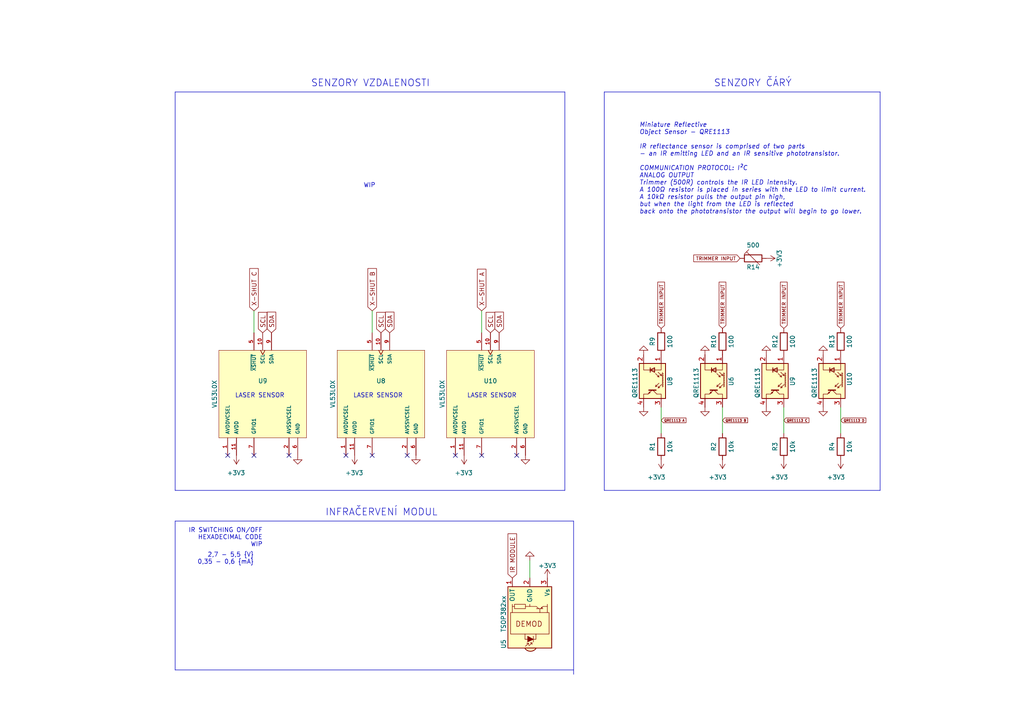
<source format=kicad_sch>
(kicad_sch (version 20230121) (generator eeschema)
  (paper "A4")
  (lib_symbols
    (symbol "+3V3_1" (power) (pin_names (offset 0))
      (property "Value" "+3V3_1" (at 0 3.556 0))
      (symbol "+3V3_1_0_1"
        (polyline (pts (xy -0.762 1.27) (xy 0 2.54)))
        (polyline (pts (xy 0 0) (xy 0 2.54)))
        (polyline (pts (xy 0 2.54) (xy 0.762 1.27)))
      )
      (symbol "+3V3_1_1_1"
        (pin power_in line (at 0 0 90) (length 0) hide (name "+3V3") (number "1"))
      )
    )
    (symbol "Device:R" (pin_numbers hide) (pin_names (offset 0))
      (property "Reference" "R" (at 2.032 0 90))
      (property "Value" "R" (at 0 0 90))
      (symbol "R_0_1"
        (rectangle (start -1.016 -2.54) (end 1.016 2.54) (stroke (width 0.254)))
      )
      (symbol "R_1_1"
        (pin passive line (at 0 3.81 270) (length 1.27) (name "~") (number "1"))
        (pin passive line (at 0 -3.81 90) (length 1.27) (name "~") (number "2"))
      )
    )
    (symbol "Device:R_Trim" (pin_numbers hide) (pin_names (offset 0))
      (property "Reference" "R" (at 2.54 -2.54 90))
      (property "Value" "R_Trim" (at -2.54 -0.635 90))
      (symbol "R_Trim_0_1"
        (rectangle (start -1.016 -2.54) (end 1.016 2.54) (stroke (width 0.254)))
        (polyline (pts (xy -1.905 -1.905) (xy 1.905 1.905) (xy 2.54 1.27) (xy 1.27 2.54)))
      )
      (symbol "R_Trim_1_1"
        (pin passive line (at 0 3.81 270) (length 1.27) (name "~") (number "1"))
        (pin passive line (at 0 -3.81 90) (length 1.27) (name "~") (number "2"))
      )
    )
    (symbol "GND_1" (power) (pin_names (offset 0))
      (property "Value" "GND_1" (at 0 -3.81 0))
      (symbol "GND_1_0_1"
        (polyline (pts (xy 0 0) (xy 0 -1.27) (xy 1.27 -1.27) (xy 0 -2.54) (xy -1.27 -1.27) (xy 0 -1.27)))
      )
      (symbol "GND_1_1_1"
        (pin power_in line (at 0 0 270) (length 0) hide (name "GND") (number "1"))
      )
    )
    (symbol "Interface_Optical:TSOP382xx"
      (property "Reference" "U5" (at -7.62 7.62 0))
      (property "Value" "TSOP382xx" (at 5.08 7.62 0))
      (symbol "TSOP382xx_0_0"
        (arc (start -10.287 1.397) (mid -11.0899 -0.1852) (end -10.287 -1.778) (stroke (width 0.254)) (fill (type background)))
        (polyline (pts (xy 1.905 -5.08) (xy 0.127 -5.08)))
        (polyline (pts (xy 1.905 5.08) (xy 0.127 5.08)))
        (text "DEMOD" (at -3.175 0.254 900) (effects (font (size 1.524 1.524))))
      )
      (symbol "TSOP382xx_0_1"
        (rectangle (start -6.096 5.588) (end 0.127 -5.588))
        (polyline (pts (xy -8.763 0.381) (xy -9.652 1.27)))
        (polyline (pts (xy -8.763 0.381) (xy -9.271 0.381)))
        (polyline (pts (xy -8.763 0.381) (xy -8.763 0.889)))
        (polyline (pts (xy -8.636 -0.635) (xy -9.525 0.254)))
        (polyline (pts (xy -8.636 -0.635) (xy -9.144 -0.635)))
        (polyline (pts (xy -8.636 -0.635) (xy -8.636 -0.127)))
        (polyline (pts (xy -8.382 -1.016) (xy -6.731 -1.016)))
        (polyline (pts (xy 1.27 -2.921) (xy 0.127 -2.921)))
        (polyline (pts (xy 1.27 -1.905) (xy 1.27 -3.81)))
        (polyline (pts (xy 1.397 -3.556) (xy 1.524 -3.556)))
        (polyline (pts (xy 1.651 -3.556) (xy 1.524 -3.556)))
        (polyline (pts (xy 1.651 -3.556) (xy 1.651 -3.302)))
        (polyline (pts (xy 1.905 0) (xy 1.905 1.27)))
        (polyline (pts (xy 1.905 4.445) (xy 1.905 5.08) (xy 2.54 5.08)))
        (polyline (pts (xy -8.382 0.635) (xy -6.731 0.635) (xy -7.62 -1.016) (xy -8.382 0.635)) (fill (type outline)))
        (polyline (pts (xy -6.096 1.397) (xy -7.62 1.397) (xy -7.62 -1.778) (xy -6.096 -1.778)))
        (polyline (pts (xy 1.27 -3.175) (xy 1.905 -3.81) (xy 1.905 -5.08) (xy 2.54 -5.08)))
        (polyline (pts (xy 1.27 -2.54) (xy 1.905 -1.905) (xy 1.905 0) (xy 2.54 0)))
        (rectangle (start 2.54 1.27) (end 1.27 4.445))
        (rectangle (start 7.62 6.35) (end -10.16 -6.35) (stroke (width 0.254)) (fill (type background)))
      )
      (symbol "TSOP382xx_1_1"
        (pin output line (at 10.16 5.08 180) (length 2.54) (name "OUT") (number "1"))
        (pin power_in line (at 10.16 0 180) (length 2.54) (name "GND") (number "2"))
        (pin power_in line (at 10.16 -5.08 180) (length 2.54) (name "Vs") (number "3"))
      )
    )
    (symbol "Sensor_Proximity:QRE1113" (pin_names (offset 0.0254) hide)
      (property "Reference" "U" (at -3.81 5.08 0))
      (property "Value" "QRE1113" (at 8.89 5.08 0))
      (symbol "QRE1113_0_1"
        (polyline (pts (xy -3.81 -0.635) (xy -2.54 -0.635)) (stroke (width 0.254)))
        (polyline (pts (xy -2.286 2.921) (xy -2.032 3.175)))
        (polyline (pts (xy -1.778 2.921) (xy -1.524 3.175)))
        (polyline (pts (xy -1.524 2.667) (xy -1.651 2.159)))
        (polyline (pts (xy -1.27 2.921) (xy -1.016 3.175)))
        (polyline (pts (xy -1.143 1.905) (xy -1.27 1.397)))
        (polyline (pts (xy -0.762 2.921) (xy -0.508 3.175)))
        (polyline (pts (xy -0.254 2.921) (xy 0 3.175)))
        (polyline (pts (xy 0.254 2.921) (xy 0.508 3.175)))
        (polyline (pts (xy 0.762 2.921) (xy 1.016 3.175)))
        (polyline (pts (xy 1.27 2.921) (xy 1.524 3.175)))
        (polyline (pts (xy 1.651 0.889) (xy 1.143 1.016)))
        (polyline (pts (xy 1.778 2.921) (xy -2.413 2.921)))
        (polyline (pts (xy 2.032 1.651) (xy 1.524 1.778)))
        (polyline (pts (xy 2.667 -0.127) (xy 3.81 -1.27)))
        (polyline (pts (xy 2.667 0.127) (xy 3.81 1.27)))
        (polyline (pts (xy -2.54 1.651) (xy -1.524 2.667) (xy -2.032 2.54)))
        (polyline (pts (xy -2.159 0.889) (xy -1.143 1.905) (xy -1.651 1.778)))
        (polyline (pts (xy 0.635 1.905) (xy 1.651 0.889) (xy 1.524 1.397)))
        (polyline (pts (xy 1.016 2.667) (xy 2.032 1.651) (xy 1.905 2.159)))
        (polyline (pts (xy 2.667 1.016) (xy 2.667 -1.016) (xy 2.667 -1.016)) (stroke (width 0.3556)))
        (polyline (pts (xy 3.81 -1.27) (xy 3.81 -2.54) (xy 5.08 -2.54)))
        (polyline (pts (xy 3.81 1.27) (xy 3.81 2.54) (xy 5.08 2.54)))
        (polyline (pts (xy -5.08 -2.54) (xy -3.175 -2.54) (xy -3.175 2.54) (xy -5.08 2.54)))
        (polyline (pts (xy -3.175 -0.635) (xy -3.81 0.635) (xy -2.54 0.635) (xy -3.175 -0.635)) (stroke (width 0.254)))
        (polyline (pts (xy 3.683 -1.143) (xy 3.429 -0.635) (xy 3.175 -0.889) (xy 3.683 -1.143)))
        (polyline (pts (xy -5.08 -3.81) (xy 5.08 -3.81) (xy 5.08 3.81) (xy -5.08 3.81) (xy -5.08 -3.81)) (stroke (width 0.254)) (fill (type background)))
      )
      (symbol "QRE1113_1_1"
        (pin passive line (at -7.62 2.54 0) (length 2.54) (name "A") (number "1"))
        (pin passive line (at -7.62 -2.54 0) (length 2.54) (name "K") (number "2"))
        (pin open_collector line (at 7.62 2.54 180) (length 2.54) (name "~") (number "3"))
        (pin open_emitter line (at 7.62 -2.54 180) (length 2.54) (name "~") (number "4"))
      )
    )
    (symbol "VL53L0X_1" (pin_names (offset 1.016))
      (property "Reference" "U10" (at 13.97 0 0))
      (property "Value" "VL53L0X" (at 16.51 0 0))
      (symbol "VL53L0X_1_0_0"
        (rectangle (start -12.7 12.7) (end 12.7 -12.7) (stroke (width 0.127)) (fill (type background)))
        (pin power_in line (at 17.78 10.16 180) (length 5.08) (name "AVDDVCSEL") (number "1"))
        (pin input clock (at -17.78 0 0) (length 5.08) (name "SCL") (number "10"))
        (pin power_in line (at 17.78 7.62 180) (length 5.08) (name "AVDD") (number "11"))
        (pin power_in line (at 17.78 -7.62 180) (length 5.08) (name "AVSSVCSEL") (number "2"))
        (pin input line (at -17.78 2.54 0) (length 5.08) (name "~{XSHUT}") (number "5"))
        (pin power_in line (at 17.78 -10.16 180) (length 5.08) (name "GND") (number "6"))
        (pin output line (at 17.78 2.54 180) (length 5.08) (name "GPIO1") (number "7"))
        (pin bidirectional line (at -17.78 -2.54 0) (length 5.08) (name "SDA") (number "9"))
      )
    )
    (symbol "power:+3V3" (power) (pin_names (offset 0))
      (property "Value" "+3V3" (at 0 3.556 0))
      (symbol "+3V3_0_1"
        (polyline (pts (xy -0.762 1.27) (xy 0 2.54)))
        (polyline (pts (xy 0 0) (xy 0 2.54)))
        (polyline (pts (xy 0 2.54) (xy 0.762 1.27)))
      )
      (symbol "+3V3_1_1"
        (pin power_in line (at 0 0 90) (length 0) hide (name "+3V3") (number "1"))
      )
    )
    (symbol "power:GND" (power) (pin_names (offset 0))
      (property "Value" "GND" (at 0 -3.81 0))
      (symbol "GND_0_1"
        (polyline (pts (xy 0 0) (xy 0 -1.27) (xy 1.27 -1.27) (xy 0 -2.54) (xy -1.27 -1.27) (xy 0 -1.27)))
      )
      (symbol "GND_1_1"
        (pin power_in line (at 0 0 270) (length 0) hide (name "GND") (number "1"))
      )
    )
  )
  (no_connect (at 149.86 132.08))
  (no_connect (at 83.82 132.08))
  (no_connect (at 118.11 132.08))
  (no_connect (at 100.33 132.08))
  (no_connect (at 73.66 132.08))
  (no_connect (at 66.04 132.08))
  (no_connect (at 132.08 132.08))
  (no_connect (at 107.95 132.08))
  (no_connect (at 139.7 132.08))
  (wire (pts (xy 227.33 118.11) (xy 227.33 125.73)))
  (polyline (pts (xy 166.37 194.31) (xy 50.8 194.31)))
  (wire (pts (xy 191.77 118.11) (xy 191.77 125.73)))
  (polyline (pts (xy 50.8 142.24) (xy 163.83 142.24)))
  (polyline (pts (xy 166.37 195.58) (xy 166.37 151.13)))
  (polyline (pts (xy 175.26 142.24) (xy 255.27 142.24)))
  (polyline (pts (xy 163.83 26.67) (xy 163.83 142.24)))
  (polyline (pts (xy 175.26 26.67) (xy 255.27 26.67)))
  (polyline (pts (xy 255.27 26.67) (xy 255.27 142.24)))
  (polyline (pts (xy 175.26 26.67) (xy 175.26 142.24)))
  (wire (pts (xy 243.84 118.11) (xy 243.84 125.73)))
  (wire (pts (xy 209.55 118.11) (xy 209.55 125.73)))
  (wire (pts (xy 153.67 167.64) (xy 153.67 162.56)))
  (wire (pts (xy 73.66 90.17) (xy 73.66 96.52)))
  (polyline (pts (xy 50.8 142.24) (xy 50.8 26.67)))
  (polyline (pts (xy 50.8 151.13) (xy 166.37 151.13)))
  (wire (pts (xy 107.95 90.17) (xy 107.95 96.52)))
  (polyline (pts (xy 50.8 194.31) (xy 50.8 151.13)))
  (polyline (pts (xy 50.8 26.67) (xy 163.83 26.67)))
  (wire (pts (xy 139.7 90.17) (xy 139.7 96.52)))
  (text "SENZORY ČÁRÝ\n" (at 207.01 25.4 0) (effects (font (size 2 2)) (justify left bottom)))
  (text "LASER SENSOR" (at 82.55 115.57 0) (effects (font (size 1.27 1.27)) (justify right bottom)))
  (text "INFRAČERVENÍ MODUL" (at 127 149.86 0) (effects (font (size 2 2)) (justify right bottom)))
  (text "SENZORY VZDALENOSTI" (at 90.17 25.4 0) (effects (font (size 2 2)) (justify left bottom)))
  (text "LASER SENSOR" (at 149.86 115.57 0) (effects (font (size 1.27 1.27)) (justify right bottom)))
  (text "Miniature Reflective\nObject Sensor - QRE1113\n\nIR reflectance sensor is comprised of two parts \n- an IR emitting LED and an IR sensitive phototransistor.\n\nCOMMUNICATION PROTOCOL: I²C \nANALOG OUTPUT \nTrimmer (500R) controls the IR LED intensity.\nA 100Ω resistor is placed in series with the LED to limit current.\nA 10kΩ resistor pulls the output pin high, \nbut when the light from the LED is reflected \nback onto the phototransistor the output will begin to go lower." (at 185.42 62.23 0) (effects (font (size 1.3 1.3) italic) (justify left bottom)))
  (text "2,7 - 5,5 {V}\n0,35 - 0,6 {mA}" (at 73.66 163.83 0) (effects (font (size 1.27 1.27)) (justify right bottom)))
  (text "IR SWITCHING ON/OFF\nHEXADECIMAL CODE\nWIP" (at 76.2 158.75 0) (effects (font (size 1.27 1.27)) (justify right bottom)))
  (text "WIP" (at 105.41 54.61 0) (effects (font (size 1.27 1.27)) (justify left bottom)))
  (text "LASER SENSOR" (at 116.84 115.57 0) (effects (font (size 1.27 1.27)) (justify right bottom)))
  (global_label "SDA" (shape input) (at 144.78 96.52 90) (property "Intersheetrefs" "${INTERSHEET_REFS}" (effects hide)))
  (global_label "TRIMMER INPUT" (shape input) (at 243.84 95.25 90) (effects (font (size 1 1))) (property "Intersheetrefs" "${INTERSHEET_REFS}" (effects hide)))
  (global_label "X-SHUT A" (shape input) (at 139.7 90.17 90) (property "Intersheetrefs" "${INTERSHEET_REFS}" (effects hide)))
  (global_label "SDA" (shape input) (at 113.03 96.52 90) (property "Intersheetrefs" "${INTERSHEET_REFS}" (effects hide)))
  (global_label "SCL" (shape input) (at 76.2 96.52 90) (property "Intersheetrefs" "${INTERSHEET_REFS}" (effects hide)))
  (global_label "X-SHUT C" (shape input) (at 73.66 90.17 90) (property "Intersheetrefs" "${INTERSHEET_REFS}" (effects hide)))
  (global_label "QRE1113 C" (shape input) (at 227.33 121.92 0) (effects (font (size 0.7 0.7))) (property "Intersheetrefs" "${INTERSHEET_REFS}" (effects hide)))
  (global_label "QRE1113 B" (shape input) (at 209.55 121.92 0) (effects (font (size 0.7 0.7))) (property "Intersheetrefs" "${INTERSHEET_REFS}" (effects hide)))
  (global_label "TRIMMER INPUT" (shape input) (at 214.63 74.93 180) (effects (font (size 1 1))) (property "Intersheetrefs" "${INTERSHEET_REFS}" (effects hide)))
  (global_label "SDA" (shape input) (at 78.74 96.52 90) (property "Intersheetrefs" "${INTERSHEET_REFS}" (effects hide)))
  (global_label "QRE1113 A" (shape input) (at 191.77 121.92 0) (effects (font (size 0.7 0.7))) (property "Intersheetrefs" "${INTERSHEET_REFS}" (effects hide)))
  (global_label "TRIMMER INPUT" (shape input) (at 209.55 95.25 90) (effects (font (size 1 1))) (property "Intersheetrefs" "${INTERSHEET_REFS}" (effects hide)))
  (global_label "QRE1113 D" (shape input) (at 243.84 121.92 0) (effects (font (size 0.7 0.7))) (property "Intersheetrefs" "${INTERSHEET_REFS}" (effects hide)))
  (global_label "SCL" (shape input) (at 110.49 96.52 90) (property "Intersheetrefs" "${INTERSHEET_REFS}" (effects hide)))
  (global_label "IR MODULE" (shape input) (at 148.59 167.64 90) (property "Intersheetrefs" "${INTERSHEET_REFS}" (effects hide)))
  (global_label "TRIMMER INPUT" (shape input) (at 191.77 95.25 90) (effects (font (size 1 1))) (property "Intersheetrefs" "${INTERSHEET_REFS}" (effects hide)))
  (global_label "X-SHUT B" (shape input) (at 107.95 90.17 90) (property "Intersheetrefs" "${INTERSHEET_REFS}" (effects hide)))
  (global_label "TRIMMER INPUT" (shape input) (at 227.33 95.25 90) (effects (font (size 1 1))) (property "Intersheetrefs" "${INTERSHEET_REFS}" (effects hide)))
  (global_label "SCL" (shape input) (at 142.24 96.52 90) (property "Intersheetrefs" "${INTERSHEET_REFS}" (effects hide)))
  (symbol (lib_id "Device:R_Trim") (at 218.44 74.93 90) (unit 1)
    (property "Reference" "R14" (at 218.44 77.47 90))
    (property "Value" "500" (at 218.44 71.12 90))
    (property "Footprint" "Potentiometer_THT:Potentiometer_ACP_CA9-V10_Vertical" (effects hide))
    (instances (project "sumec" (path "" (reference "R14") (unit 1)) (path "" (reference "R9") (unit 1))))
  )
  (symbol (lib_id "Sensor_Proximity:QRE1113") (at 224.79 110.49 270) (unit 1)
    (property "Reference" "U9" (at 229.87 109.22 0) (effects (justify left)))
    (property "Value" "QRE1113" (at 219.71 106.68 0) (effects (justify left)))
    (property "Footprint" "OptoDevice:OnSemi_CASE100AQ" (effects hide))
    (property "Datasheet" "http://www.onsemi.com/pub/Collateral/QRE1113-D.PDF" (effects hide))
  )
  (symbol (lib_id "Device:R") (at 227.33 99.06 180) (unit 1)
    (property "Reference" "R12" (at 224.79 99.06 90))
    (property "Value" "100" (at 229.87 99.06 90))
    (property "Footprint" "Resistor_THT:R_Axial_DIN0207_L6.3mm_D2.5mm_P10.16mm_Horizontal" (effects hide))
    (instances (project "sumec" (path "" (reference "R12") (unit 1)) (path "" (reference "R3") (unit 1))))
  )
  (symbol (lib_id "power:+3V3") (at 227.33 133.35 180) (unit 1)
    (property "Reference" "#PWR014" (effects hide))
    (property "Value" "+3V3" (at 228.6 138.43 0) (effects (justify left)))
    (instances (project "sumec" (path "" (reference "#PWR014") (unit 1)) (path "" (reference "#PWR023") (unit 1))))
  )
  (symbol (lib_name "GND_1") (lib_id "power:GND") (at 186.69 102.87 180) (unit 1)
    (property "Reference" "#PWR08" (effects hide))
    (property "Value" "GND" (effects hide))
  )
  (symbol (lib_name "GND_1") (lib_id "power:GND") (at 222.25 118.11 0) (unit 1)
    (property "Reference" "#PWR020" (effects hide))
    (property "Value" "GND" (effects hide))
  )
  (symbol (lib_id "power:+3V3") (at 243.84 133.35 180) (unit 1)
    (property "Reference" "#PWR014" (effects hide))
    (property "Value" "+3V3" (at 245.11 138.43 0) (effects (justify left)))
    (instances (project "sumec" (path "" (reference "#PWR014") (unit 1)) (path "" (reference "#PWR024") (unit 1))))
  )
  (symbol (lib_name "GND_1") (lib_id "power:GND") (at 238.76 118.11 0) (unit 1)
    (property "Reference" "#PWR021" (effects hide))
    (property "Value" "GND" (effects hide))
  )
  (symbol (lib_id "power:+3V3") (at 191.77 133.35 180) (unit 1)
    (property "Reference" "#PWR014" (effects hide))
    (property "Value" "+3V3" (at 193.04 138.43 0) (effects (justify left)))
    (instances (project "sumec" (path "" (reference "#PWR014") (unit 1)) (path "" (reference "#PWR09") (unit 1))))
  )
  (symbol (lib_id "power:+3V3") (at 68.58 132.08 180) (unit 1)
    (property "Reference" "#PWR0143" (effects hide))
    (property "Value" "+3V3" (at 71.12 137.16 0) (effects (justify left)))
    (instances (project "sumec" (path "" (reference "#PWR0143") (unit 1)) (path "" (reference "#PWR02") (unit 1))))
  )
  (symbol (lib_id "power:+3V3") (at 222.25 74.93 270) (unit 1)
    (property "Reference" "#PWR014" (effects hide))
    (property "Value" "+3V3" (at 226.06 72.39 0) (effects (justify left)))
    (instances (project "sumec" (path "" (reference "#PWR014") (unit 1)) (path "" (reference "#PWR06") (unit 1))))
  )
  (symbol (lib_id "power:GND") (at 120.65 132.08 0) (unit 1)
    (property "Reference" "#PWR0116" (effects hide))
    (property "Value" "GND" (effects hide))
    (instances (project "sumec" (path "" (reference "#PWR0116") (unit 1)) (path "" (reference "#PWR04") (unit 1))))
  )
  (symbol (lib_id "Device:R") (at 191.77 99.06 180) (unit 1)
    (property "Reference" "R9" (at 189.23 99.06 90))
    (property "Value" "100" (at 194.31 99.06 90))
    (property "Footprint" "Resistor_THT:R_Axial_DIN0207_L6.3mm_D2.5mm_P10.16mm_Horizontal" (effects hide))
    (instances (project "sumec" (path "" (reference "R9") (unit 1)) (path "" (reference "R1") (unit 1))))
  )
  (symbol (lib_name "VL53L0X_1") (lib_id "VL53L0X:VL53L0X") (at 142.24 114.3 90) (mirror x) (unit 1)
    (property "Reference" "U10" (at 142.24 110.49 90))
    (property "Value" "VL53L0X" (at 128.27 114.3 0))
    (property "Footprint" "SENSOR_VL53L0X" (effects hide))
    (property "PART_REV" "1.0" (effects hide))
    (property "STANDARD" "Manufacturer Recommendation" (effects hide))
    (property "MANUFACTURER" "ST Microelectronics" (effects hide))
    (instances (project "sumec" (path "" (reference "U10") (unit 1)) (path "" (reference "U4") (unit 1))))
  )
  (symbol (lib_name "+3V3_1") (lib_id "power:+3V3") (at 158.75 167.64 0) (unit 1)
    (property "Reference" "#PWR0120" (effects hide))
    (property "Value" "+3V3" (at 158.75 164.084 0))
    (instances (project "sumec" (path "" (reference "#PWR0120") (unit 1)) (path "" (reference "#PWR027") (unit 1))))
  )
  (symbol (lib_name "VL53L0X_1") (lib_id "VL53L0X:VL53L0X") (at 76.2 114.3 90) (mirror x) (unit 1)
    (property "Reference" "U9" (at 76.2 110.49 90))
    (property "Value" "VL53L0X" (at 62.23 114.3 0))
    (property "Footprint" "SENSOR_VL53L0X" (effects hide))
    (property "PART_REV" "1.0" (effects hide))
    (property "STANDARD" "Manufacturer Recommendation" (effects hide))
    (property "MANUFACTURER" "ST Microelectronics" (effects hide))
    (instances (project "sumec" (path "" (reference "U9") (unit 1)) (path "" (reference "U2") (unit 1))))
  )
  (symbol (lib_id "Sensor_Proximity:QRE1113") (at 207.01 110.49 270) (unit 1)
    (property "Reference" "U6" (at 212.09 109.22 0) (effects (justify left)))
    (property "Value" "QRE1113" (at 201.93 106.68 0) (effects (justify left)))
    (property "Footprint" "OptoDevice:OnSemi_CASE100AQ" (effects hide))
    (property "Datasheet" "http://www.onsemi.com/pub/Collateral/QRE1113-D.PDF" (effects hide))
  )
  (symbol (lib_id "Device:R") (at 209.55 99.06 180) (unit 1)
    (property "Reference" "R10" (at 207.01 99.06 90))
    (property "Value" "100" (at 212.09 99.06 90))
    (property "Footprint" "Resistor_THT:R_Axial_DIN0207_L6.3mm_D2.5mm_P10.16mm_Horizontal" (effects hide))
    (instances (project "sumec" (path "" (reference "R10") (unit 1)) (path "" (reference "R2") (unit 1))))
  )
  (symbol (lib_name "GND_1") (lib_id "power:GND") (at 238.76 102.87 180) (unit 1)
    (property "Reference" "#PWR018" (effects hide))
    (property "Value" "GND" (effects hide))
  )
  (symbol (lib_id "power:+3V3") (at 134.62 132.08 180) (unit 1)
    (property "Reference" "#PWR0143" (effects hide))
    (property "Value" "+3V3" (at 137.16 137.16 0) (effects (justify left)))
    (instances (project "sumec" (path "" (reference "#PWR0143") (unit 1)) (path "" (reference "#PWR026") (unit 1))))
  )
  (symbol (lib_id "power:+3V3") (at 209.55 133.35 180) (unit 1)
    (property "Reference" "#PWR014" (effects hide))
    (property "Value" "+3V3" (at 210.82 138.43 0) (effects (justify left)))
    (instances (project "sumec" (path "" (reference "#PWR014") (unit 1)) (path "" (reference "#PWR022") (unit 1))))
  )
  (symbol (lib_id "power:GND") (at 86.36 132.08 0) (unit 1)
    (property "Reference" "#PWR0117" (effects hide))
    (property "Value" "GND" (effects hide))
    (instances (project "sumec" (path "" (reference "#PWR0117") (unit 1)) (path "" (reference "#PWR03") (unit 1))))
  )
  (symbol (lib_id "Device:R") (at 227.33 129.54 180) (unit 1)
    (property "Reference" "R3" (at 224.79 129.54 90))
    (property "Value" "10k" (at 229.87 129.54 90))
    (property "Footprint" "Resistor_THT:R_Axial_DIN0207_L6.3mm_D2.5mm_P10.16mm_Horizontal" (effects hide))
    (instances (project "sumec" (path "" (reference "R3") (unit 1)) (path "" (reference "R7") (unit 1))))
  )
  (symbol (lib_id "Device:R") (at 191.77 129.54 180) (unit 1)
    (property "Reference" "R1" (at 189.23 129.54 90))
    (property "Value" "10k" (at 194.31 129.54 90))
    (property "Footprint" "Resistor_THT:R_Axial_DIN0207_L6.3mm_D2.5mm_P10.16mm_Horizontal" (effects hide))
    (instances (project "sumec" (path "" (reference "R1") (unit 1)) (path "" (reference "R5") (unit 1))))
  )
  (symbol (lib_name "GND_1") (lib_id "power:GND") (at 222.25 102.87 180) (unit 1)
    (property "Reference" "#PWR014" (effects hide))
    (property "Value" "GND" (effects hide))
  )
  (symbol (lib_id "Sensor_Proximity:QRE1113") (at 241.3 110.49 270) (unit 1)
    (property "Reference" "U10" (at 246.38 107.95 0) (effects (justify left)))
    (property "Value" "QRE1113" (at 236.22 106.68 0) (effects (justify left)))
    (property "Footprint" "OptoDevice:OnSemi_CASE100AQ" (effects hide))
    (property "Datasheet" "http://www.onsemi.com/pub/Collateral/QRE1113-D.PDF" (effects hide))
  )
  (symbol (lib_id "Interface_Optical:TSOP382xx") (at 153.67 177.8 90) (unit 1)
    (property "Reference" "U5" (at 146.05 185.42 0) (effects (justify right)))
    (property "Value" "TSOP382xx" (at 146.05 172.72 0) (effects (justify right)))
    (property "Footprint" "OptoDevice:Vishay_MINICAST-3Pin" (effects hide))
    (property "Datasheet" "http://www.vishay.com/docs/82491/tsop382.pdf" (effects hide))
  )
  (symbol (lib_id "Device:R") (at 243.84 129.54 180) (unit 1)
    (property "Reference" "R4" (at 241.3 129.54 90))
    (property "Value" "10k" (at 246.38 129.54 90))
    (property "Footprint" "Resistor_THT:R_Axial_DIN0207_L6.3mm_D2.5mm_P10.16mm_Horizontal" (effects hide))
    (instances (project "sumec" (path "" (reference "R4") (unit 1)) (path "" (reference "R8") (unit 1))))
  )
  (symbol (lib_id "Sensor_Proximity:QRE1113") (at 189.23 110.49 270) (unit 1)
    (property "Reference" "U8" (at 194.31 109.22 0) (effects (justify left)))
    (property "Value" "QRE1113" (at 184.15 106.68 0) (effects (justify left)))
    (property "Footprint" "OptoDevice:OnSemi_CASE100AQ" (effects hide))
    (property "Datasheet" "http://www.onsemi.com/pub/Collateral/QRE1113-D.PDF" (effects hide))
  )
  (symbol (lib_id "power:GND") (at 153.67 162.56 180) (unit 1)
    (property "Reference" "#PWR0132" (effects hide))
    (property "Value" "GND" (effects hide))
    (instances (project "sumec" (path "" (reference "#PWR0132") (unit 1)) (path "" (reference "#PWR028") (unit 1))))
  )
  (symbol (lib_name "GND_1") (lib_id "power:GND") (at 204.47 102.87 180) (unit 1)
    (property "Reference" "#PWR011" (effects hide))
    (property "Value" "GND" (effects hide))
  )
  (symbol (lib_id "Device:R") (at 209.55 129.54 180) (unit 1)
    (property "Reference" "R2" (at 207.01 129.54 90))
    (property "Value" "10k" (at 212.09 129.54 90))
    (property "Footprint" "Resistor_THT:R_Axial_DIN0207_L6.3mm_D2.5mm_P10.16mm_Horizontal" (effects hide))
    (instances (project "sumec" (path "" (reference "R2") (unit 1)) (path "" (reference "R6") (unit 1))))
  )
  (symbol (lib_id "power:GND") (at 152.4 132.08 0) (unit 1)
    (property "Reference" "#PWR0113" (effects hide))
    (property "Value" "GND" (effects hide))
    (instances (project "sumec" (path "" (reference "#PWR0113") (unit 1)) (path "" (reference "#PWR05") (unit 1))))
  )
  (symbol (lib_id "power:+3V3") (at 102.87 132.08 180) (unit 1)
    (property "Reference" "#PWR0143" (effects hide))
    (property "Value" "+3V3" (at 105.41 137.16 0) (effects (justify left)))
    (instances (project "sumec" (path "" (reference "#PWR0143") (unit 1)) (path "" (reference "#PWR025") (unit 1))))
  )
  (symbol (lib_id "Device:R") (at 243.84 99.06 180) (unit 1)
    (property "Reference" "R13" (at 241.3 99.06 90))
    (property "Value" "100" (at 246.38 99.06 90))
    (property "Footprint" "Resistor_THT:R_Axial_DIN0207_L6.3mm_D2.5mm_P10.16mm_Horizontal" (effects hide))
    (instances (project "sumec" (path "" (reference "R13") (unit 1)) (path "" (reference "R4") (unit 1))))
  )
  (symbol (lib_name "GND_1") (lib_id "power:GND") (at 186.69 118.11 0) (unit 1)
    (property "Reference" "#PWR07" (effects hide))
    (property "Value" "GND" (effects hide))
  )
  (symbol (lib_name "GND_1") (lib_id "power:GND") (at 204.47 118.11 0) (unit 1)
    (property "Reference" "#PWR019" (effects hide))
    (property "Value" "GND" (effects hide))
  )
  (symbol (lib_name "VL53L0X_1") (lib_id "VL53L0X:VL53L0X") (at 110.49 114.3 90) (mirror x) (unit 1)
    (property "Reference" "U8" (at 110.49 110.49 90))
    (property "Value" "VL53L0X" (at 96.52 114.3 0))
    (property "Footprint" "SENSOR_VL53L0X" (effects hide))
    (property "PART_REV" "1.0" (effects hide))
    (property "STANDARD" "Manufacturer Recommendation" (effects hide))
    (property "MANUFACTURER" "ST Microelectronics" (effects hide))
    (instances (project "sumec" (path "" (reference "U8") (unit 1)) (path "" (reference "U3") (unit 1))))
  )
)
</source>
